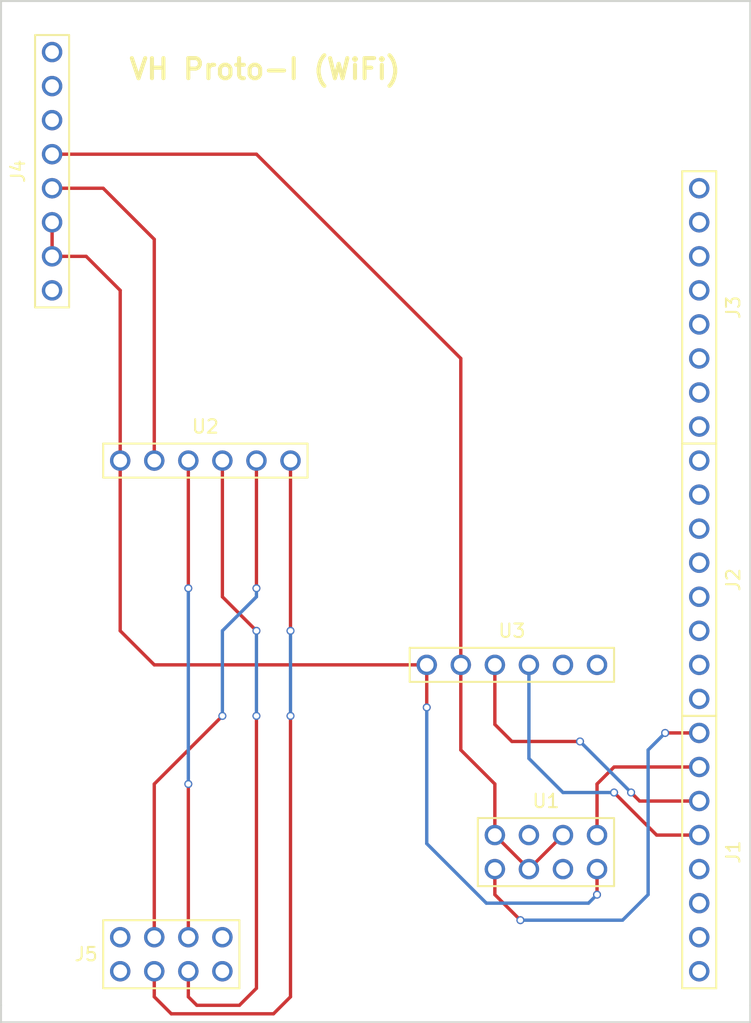
<source format=kicad_pcb>
(kicad_pcb (version 4) (host pcbnew 4.0.7)

  (general
    (links 17)
    (no_connects 0)
    (area 119.304999 60.884999 175.335001 137.235001)
    (thickness 1.6)
    (drawings 7)
    (tracks 90)
    (zones 0)
    (modules 8)
    (nets 44)
  )

  (page A4)
  (layers
    (0 F.Cu signal)
    (31 B.Cu signal)
    (32 B.Adhes user)
    (33 F.Adhes user)
    (34 B.Paste user)
    (35 F.Paste user)
    (36 B.SilkS user)
    (37 F.SilkS user)
    (38 B.Mask user)
    (39 F.Mask user)
    (40 Dwgs.User user)
    (41 Cmts.User user)
    (42 Eco1.User user)
    (43 Eco2.User user)
    (44 Edge.Cuts user)
    (45 Margin user)
    (46 B.CrtYd user)
    (47 F.CrtYd user)
    (48 B.Fab user)
    (49 F.Fab user)
  )

  (setup
    (last_trace_width 0.25)
    (trace_clearance 0.2)
    (zone_clearance 0.508)
    (zone_45_only no)
    (trace_min 0.2)
    (segment_width 0.2)
    (edge_width 0.15)
    (via_size 0.6)
    (via_drill 0.4)
    (via_min_size 0.4)
    (via_min_drill 0.3)
    (uvia_size 0.3)
    (uvia_drill 0.1)
    (uvias_allowed no)
    (uvia_min_size 0.2)
    (uvia_min_drill 0.1)
    (pcb_text_width 0.3)
    (pcb_text_size 1.5 1.5)
    (mod_edge_width 0.15)
    (mod_text_size 1 1)
    (mod_text_width 0.15)
    (pad_size 1.524 1.524)
    (pad_drill 0.762)
    (pad_to_mask_clearance 0.2)
    (aux_axis_origin 0 0)
    (visible_elements 7FFFFFFF)
    (pcbplotparams
      (layerselection 0x010e0_80000001)
      (usegerberextensions false)
      (excludeedgelayer true)
      (linewidth 0.100000)
      (plotframeref false)
      (viasonmask false)
      (mode 1)
      (useauxorigin false)
      (hpglpennumber 1)
      (hpglpenspeed 20)
      (hpglpendiameter 15)
      (hpglpenoverlay 2)
      (psnegative false)
      (psa4output false)
      (plotreference true)
      (plotvalue true)
      (plotinvisibletext false)
      (padsonsilk false)
      (subtractmaskfromsilk false)
      (outputformat 1)
      (mirror false)
      (drillshape 0)
      (scaleselection 1)
      (outputdirectory C:/Personal/DLHardware/))
  )

  (net 0 "")
  (net 1 "Net-(J1-Pad1)")
  (net 2 "Net-(J1-Pad2)")
  (net 3 "Net-(J1-Pad3)")
  (net 4 "Net-(J1-Pad4)")
  (net 5 "Net-(J1-Pad5)")
  (net 6 "Net-(J1-Pad6)")
  (net 7 "Net-(J1-Pad7)")
  (net 8 "Net-(J1-Pad8)")
  (net 9 "Net-(J2-Pad1)")
  (net 10 "Net-(J2-Pad2)")
  (net 11 "Net-(J2-Pad3)")
  (net 12 "Net-(J2-Pad4)")
  (net 13 "Net-(J2-Pad5)")
  (net 14 "Net-(J2-Pad6)")
  (net 15 "Net-(J2-Pad7)")
  (net 16 "Net-(J2-Pad8)")
  (net 17 "Net-(J3-Pad1)")
  (net 18 "Net-(J3-Pad2)")
  (net 19 "Net-(J3-Pad3)")
  (net 20 "Net-(J3-Pad4)")
  (net 21 "Net-(J3-Pad5)")
  (net 22 "Net-(J3-Pad6)")
  (net 23 "Net-(J3-Pad7)")
  (net 24 "Net-(J3-Pad8)")
  (net 25 "Net-(J4-Pad1)")
  (net 26 GND)
  (net 27 +5V)
  (net 28 +3V3)
  (net 29 "Net-(J4-Pad6)")
  (net 30 "Net-(J4-Pad7)")
  (net 31 "Net-(J4-Pad8)")
  (net 32 "Net-(J5-Pad1)")
  (net 33 "Net-(J5-Pad2)")
  (net 34 "Net-(J5-Pad3)")
  (net 35 "Net-(J5-Pad4)")
  (net 36 "Net-(J5-Pad5)")
  (net 37 "Net-(J5-Pad6)")
  (net 38 "Net-(J5-Pad7)")
  (net 39 "Net-(J5-Pad8)")
  (net 40 "Net-(U1-Pad3)")
  (net 41 "Net-(U1-Pad7)")
  (net 42 "Net-(U3-Pad5)")
  (net 43 "Net-(U3-Pad6)")

  (net_class Default "This is the default net class."
    (clearance 0.2)
    (trace_width 0.25)
    (via_dia 0.6)
    (via_drill 0.4)
    (uvia_dia 0.3)
    (uvia_drill 0.1)
    (add_net +3V3)
    (add_net +5V)
    (add_net GND)
    (add_net "Net-(J1-Pad1)")
    (add_net "Net-(J1-Pad2)")
    (add_net "Net-(J1-Pad3)")
    (add_net "Net-(J1-Pad4)")
    (add_net "Net-(J1-Pad5)")
    (add_net "Net-(J1-Pad6)")
    (add_net "Net-(J1-Pad7)")
    (add_net "Net-(J1-Pad8)")
    (add_net "Net-(J2-Pad1)")
    (add_net "Net-(J2-Pad2)")
    (add_net "Net-(J2-Pad3)")
    (add_net "Net-(J2-Pad4)")
    (add_net "Net-(J2-Pad5)")
    (add_net "Net-(J2-Pad6)")
    (add_net "Net-(J2-Pad7)")
    (add_net "Net-(J2-Pad8)")
    (add_net "Net-(J3-Pad1)")
    (add_net "Net-(J3-Pad2)")
    (add_net "Net-(J3-Pad3)")
    (add_net "Net-(J3-Pad4)")
    (add_net "Net-(J3-Pad5)")
    (add_net "Net-(J3-Pad6)")
    (add_net "Net-(J3-Pad7)")
    (add_net "Net-(J3-Pad8)")
    (add_net "Net-(J4-Pad1)")
    (add_net "Net-(J4-Pad6)")
    (add_net "Net-(J4-Pad7)")
    (add_net "Net-(J4-Pad8)")
    (add_net "Net-(J5-Pad1)")
    (add_net "Net-(J5-Pad2)")
    (add_net "Net-(J5-Pad3)")
    (add_net "Net-(J5-Pad4)")
    (add_net "Net-(J5-Pad5)")
    (add_net "Net-(J5-Pad6)")
    (add_net "Net-(J5-Pad7)")
    (add_net "Net-(J5-Pad8)")
    (add_net "Net-(U1-Pad3)")
    (add_net "Net-(U1-Pad7)")
    (add_net "Net-(U3-Pad5)")
    (add_net "Net-(U3-Pad6)")
  )

  (module "myFootprints:8pin(4x4)_straight_conn" (layer F.Cu) (tedit 5A492141) (tstamp 5A46D402)
    (at 132.08 132.08)
    (path /5A47FC63)
    (fp_text reference J5 (at -6.35 0) (layer F.SilkS)
      (effects (font (size 1 1) (thickness 0.15)))
    )
    (fp_text value 8pinConn (at -8.89 1.905) (layer F.Fab)
      (effects (font (size 1 1) (thickness 0.15)))
    )
    (fp_line (start -5.08 2.54) (end 5.08 2.54) (layer F.SilkS) (width 0.15))
    (fp_line (start 5.08 2.54) (end 5.08 -2.54) (layer F.SilkS) (width 0.15))
    (fp_line (start 5.08 -2.54) (end -5.08 -2.54) (layer F.SilkS) (width 0.15))
    (fp_line (start -5.08 -2.54) (end -5.08 2.54) (layer F.SilkS) (width 0.15))
    (pad 1 thru_hole circle (at -3.81 1.27) (size 1.524 1.524) (drill 1.02) (layers *.Cu *.Mask)
      (net 32 "Net-(J5-Pad1)"))
    (pad 2 thru_hole circle (at -1.27 1.27) (size 1.524 1.524) (drill 1.02) (layers *.Cu *.Mask)
      (net 33 "Net-(J5-Pad2)"))
    (pad 3 thru_hole circle (at 1.27 1.27) (size 1.524 1.524) (drill 1.02) (layers *.Cu *.Mask)
      (net 34 "Net-(J5-Pad3)"))
    (pad 4 thru_hole circle (at 3.81 1.27) (size 1.524 1.524) (drill 1.02) (layers *.Cu *.Mask)
      (net 35 "Net-(J5-Pad4)"))
    (pad 5 thru_hole circle (at 3.81 -1.27) (size 1.524 1.524) (drill 1.02) (layers *.Cu *.Mask)
      (net 36 "Net-(J5-Pad5)"))
    (pad 6 thru_hole circle (at 1.27 -1.27) (size 1.524 1.524) (drill 1.02) (layers *.Cu *.Mask)
      (net 37 "Net-(J5-Pad6)"))
    (pad 7 thru_hole circle (at -1.27 -1.27) (size 1.524 1.524) (drill 1.02) (layers *.Cu *.Mask)
      (net 38 "Net-(J5-Pad7)"))
    (pad 8 thru_hole circle (at -3.81 -1.27) (size 1.524 1.524) (drill 1.02) (layers *.Cu *.Mask)
      (net 39 "Net-(J5-Pad8)"))
  )

  (module myFootprints:6pin_right-angle_conn (layer F.Cu) (tedit 5A492158) (tstamp 5A46D42E)
    (at 157.48 110.49)
    (path /5A46CCC1)
    (fp_text reference U3 (at 0 -2.54) (layer F.SilkS)
      (effects (font (size 1 1) (thickness 0.15)))
    )
    (fp_text value rtc (at 0 -4.445) (layer F.Fab)
      (effects (font (size 1 1) (thickness 0.15)))
    )
    (fp_line (start -7.62 1.27) (end 7.62 1.27) (layer F.SilkS) (width 0.15))
    (fp_line (start 7.62 1.27) (end 7.62 -1.27) (layer F.SilkS) (width 0.15))
    (fp_line (start 7.62 -1.27) (end -7.62 -1.27) (layer F.SilkS) (width 0.15))
    (fp_line (start -7.62 -1.27) (end -7.62 1.27) (layer F.SilkS) (width 0.15))
    (pad 1 thru_hole circle (at -6.35 0) (size 1.524 1.524) (drill 1.02) (layers *.Cu *.Mask)
      (net 26 GND))
    (pad 2 thru_hole circle (at -3.81 0) (size 1.524 1.524) (drill 1.02) (layers *.Cu *.Mask)
      (net 28 +3V3))
    (pad 3 thru_hole circle (at -1.27 0) (size 1.524 1.524) (drill 1.02) (layers *.Cu *.Mask)
      (net 6 "Net-(J1-Pad6)"))
    (pad 4 thru_hole circle (at 1.27 0) (size 1.524 1.524) (drill 1.02) (layers *.Cu *.Mask)
      (net 5 "Net-(J1-Pad5)"))
    (pad 5 thru_hole circle (at 3.81 0) (size 1.524 1.524) (drill 1.02) (layers *.Cu *.Mask)
      (net 42 "Net-(U3-Pad5)"))
    (pad 6 thru_hole circle (at 6.35 0) (size 1.524 1.524) (drill 1.02) (layers *.Cu *.Mask)
      (net 43 "Net-(U3-Pad6)"))
  )

  (module myFootprints:6pin_right-angle_conn (layer F.Cu) (tedit 5A49214B) (tstamp 5A46D420)
    (at 134.62 95.25)
    (path /5A46CCA8)
    (fp_text reference U2 (at 0 -2.54) (layer F.SilkS)
      (effects (font (size 1 1) (thickness 0.15)))
    )
    (fp_text value sdcard (at 0 -4.445) (layer F.Fab)
      (effects (font (size 1 1) (thickness 0.15)))
    )
    (fp_line (start -7.62 1.27) (end 7.62 1.27) (layer F.SilkS) (width 0.15))
    (fp_line (start 7.62 1.27) (end 7.62 -1.27) (layer F.SilkS) (width 0.15))
    (fp_line (start 7.62 -1.27) (end -7.62 -1.27) (layer F.SilkS) (width 0.15))
    (fp_line (start -7.62 -1.27) (end -7.62 1.27) (layer F.SilkS) (width 0.15))
    (pad 1 thru_hole circle (at -6.35 0) (size 1.524 1.524) (drill 1.02) (layers *.Cu *.Mask)
      (net 26 GND))
    (pad 2 thru_hole circle (at -3.81 0) (size 1.524 1.524) (drill 1.02) (layers *.Cu *.Mask)
      (net 27 +5V))
    (pad 3 thru_hole circle (at -1.27 0) (size 1.524 1.524) (drill 1.02) (layers *.Cu *.Mask)
      (net 37 "Net-(J5-Pad6)"))
    (pad 4 thru_hole circle (at 1.27 0) (size 1.524 1.524) (drill 1.02) (layers *.Cu *.Mask)
      (net 34 "Net-(J5-Pad3)"))
    (pad 5 thru_hole circle (at 3.81 0) (size 1.524 1.524) (drill 1.02) (layers *.Cu *.Mask)
      (net 38 "Net-(J5-Pad7)"))
    (pad 6 thru_hole circle (at 6.35 0) (size 1.524 1.524) (drill 1.02) (layers *.Cu *.Mask)
      (net 33 "Net-(J5-Pad2)"))
  )

  (module "myFootprints:8pin(4x4)_straight_conn" (layer F.Cu) (tedit 5A492B03) (tstamp 5A46D412)
    (at 160.02 124.46)
    (path /5A46CC6B)
    (fp_text reference U1 (at 0 -3.81) (layer F.SilkS)
      (effects (font (size 1 1) (thickness 0.15)))
    )
    (fp_text value esp8266 (at 0.635 6.35) (layer F.Fab)
      (effects (font (size 1 1) (thickness 0.15)))
    )
    (fp_line (start -5.08 2.54) (end 5.08 2.54) (layer F.SilkS) (width 0.15))
    (fp_line (start 5.08 2.54) (end 5.08 -2.54) (layer F.SilkS) (width 0.15))
    (fp_line (start 5.08 -2.54) (end -5.08 -2.54) (layer F.SilkS) (width 0.15))
    (fp_line (start -5.08 -2.54) (end -5.08 2.54) (layer F.SilkS) (width 0.15))
    (pad 1 thru_hole circle (at -3.81 1.27) (size 1.524 1.524) (drill 1.02) (layers *.Cu *.Mask)
      (net 8 "Net-(J1-Pad8)"))
    (pad 2 thru_hole circle (at -1.27 1.27) (size 1.524 1.524) (drill 1.02) (layers *.Cu *.Mask)
      (net 28 +3V3))
    (pad 3 thru_hole circle (at 1.27 1.27) (size 1.524 1.524) (drill 1.02) (layers *.Cu *.Mask)
      (net 40 "Net-(U1-Pad3)"))
    (pad 4 thru_hole circle (at 3.81 1.27) (size 1.524 1.524) (drill 1.02) (layers *.Cu *.Mask)
      (net 26 GND))
    (pad 5 thru_hole circle (at 3.81 -1.27) (size 1.524 1.524) (drill 1.02) (layers *.Cu *.Mask)
      (net 7 "Net-(J1-Pad7)"))
    (pad 6 thru_hole circle (at 1.27 -1.27) (size 1.524 1.524) (drill 1.02) (layers *.Cu *.Mask)
      (net 28 +3V3))
    (pad 7 thru_hole circle (at -1.27 -1.27) (size 1.524 1.524) (drill 1.02) (layers *.Cu *.Mask)
      (net 41 "Net-(U1-Pad7)"))
    (pad 8 thru_hole circle (at -3.81 -1.27) (size 1.524 1.524) (drill 1.02) (layers *.Cu *.Mask)
      (net 28 +3V3))
  )

  (module myFootprints:8pin_straight_conn (layer F.Cu) (tedit 5A49214E) (tstamp 5A46D3F2)
    (at 123.19 73.66 90)
    (path /5A46CD1C)
    (fp_text reference J4 (at 0 -2.54 90) (layer F.SilkS)
      (effects (font (size 1 1) (thickness 0.15)))
    )
    (fp_text value 8pinConn (at -4.445 -2.54 90) (layer F.Fab)
      (effects (font (size 1 1) (thickness 0.15)))
    )
    (fp_line (start -10.16 1.27) (end 10.16 1.27) (layer F.SilkS) (width 0.15))
    (fp_line (start 10.16 1.27) (end 10.16 -1.27) (layer F.SilkS) (width 0.15))
    (fp_line (start 10.16 -1.27) (end -10.16 -1.27) (layer F.SilkS) (width 0.15))
    (fp_line (start -10.16 -1.27) (end -10.16 1.27) (layer F.SilkS) (width 0.15))
    (pad 1 thru_hole circle (at -8.89 0 90) (size 1.524 1.524) (drill 1.02) (layers *.Cu *.Mask)
      (net 25 "Net-(J4-Pad1)"))
    (pad 2 thru_hole circle (at -6.35 0 90) (size 1.524 1.524) (drill 1.02) (layers *.Cu *.Mask)
      (net 26 GND))
    (pad 3 thru_hole circle (at -3.81 0 90) (size 1.524 1.524) (drill 1.02) (layers *.Cu *.Mask)
      (net 26 GND))
    (pad 4 thru_hole circle (at -1.27 0 90) (size 1.524 1.524) (drill 1.02) (layers *.Cu *.Mask)
      (net 27 +5V))
    (pad 5 thru_hole circle (at 1.27 0 90) (size 1.524 1.524) (drill 1.02) (layers *.Cu *.Mask)
      (net 28 +3V3))
    (pad 6 thru_hole circle (at 3.81 0 90) (size 1.524 1.524) (drill 1.02) (layers *.Cu *.Mask)
      (net 29 "Net-(J4-Pad6)"))
    (pad 7 thru_hole circle (at 6.35 0 90) (size 1.524 1.524) (drill 1.02) (layers *.Cu *.Mask)
      (net 30 "Net-(J4-Pad7)"))
    (pad 8 thru_hole circle (at 8.89 0 90) (size 1.524 1.524) (drill 1.02) (layers *.Cu *.Mask)
      (net 31 "Net-(J4-Pad8)"))
  )

  (module myFootprints:8pin_straight_conn (layer F.Cu) (tedit 5A492133) (tstamp 5A46D3E2)
    (at 171.45 83.82 90)
    (path /5A46CD78)
    (fp_text reference J3 (at 0 2.54 90) (layer F.SilkS)
      (effects (font (size 1 1) (thickness 0.15)))
    )
    (fp_text value 8pinConn (at 4.445 2.54 90) (layer F.Fab)
      (effects (font (size 1 1) (thickness 0.15)))
    )
    (fp_line (start -10.16 1.27) (end 10.16 1.27) (layer F.SilkS) (width 0.15))
    (fp_line (start 10.16 1.27) (end 10.16 -1.27) (layer F.SilkS) (width 0.15))
    (fp_line (start 10.16 -1.27) (end -10.16 -1.27) (layer F.SilkS) (width 0.15))
    (fp_line (start -10.16 -1.27) (end -10.16 1.27) (layer F.SilkS) (width 0.15))
    (pad 1 thru_hole circle (at -8.89 0 90) (size 1.524 1.524) (drill 1.02) (layers *.Cu *.Mask)
      (net 17 "Net-(J3-Pad1)"))
    (pad 2 thru_hole circle (at -6.35 0 90) (size 1.524 1.524) (drill 1.02) (layers *.Cu *.Mask)
      (net 18 "Net-(J3-Pad2)"))
    (pad 3 thru_hole circle (at -3.81 0 90) (size 1.524 1.524) (drill 1.02) (layers *.Cu *.Mask)
      (net 19 "Net-(J3-Pad3)"))
    (pad 4 thru_hole circle (at -1.27 0 90) (size 1.524 1.524) (drill 1.02) (layers *.Cu *.Mask)
      (net 20 "Net-(J3-Pad4)"))
    (pad 5 thru_hole circle (at 1.27 0 90) (size 1.524 1.524) (drill 1.02) (layers *.Cu *.Mask)
      (net 21 "Net-(J3-Pad5)"))
    (pad 6 thru_hole circle (at 3.81 0 90) (size 1.524 1.524) (drill 1.02) (layers *.Cu *.Mask)
      (net 22 "Net-(J3-Pad6)"))
    (pad 7 thru_hole circle (at 6.35 0 90) (size 1.524 1.524) (drill 1.02) (layers *.Cu *.Mask)
      (net 23 "Net-(J3-Pad7)"))
    (pad 8 thru_hole circle (at 8.89 0 90) (size 1.524 1.524) (drill 1.02) (layers *.Cu *.Mask)
      (net 24 "Net-(J3-Pad8)"))
  )

  (module myFootprints:8pin_straight_conn (layer F.Cu) (tedit 5A49212E) (tstamp 5A46D3D2)
    (at 171.45 104.14 90)
    (path /5A46CD4F)
    (fp_text reference J2 (at 0 2.54 90) (layer F.SilkS)
      (effects (font (size 1 1) (thickness 0.15)))
    )
    (fp_text value 8pinConn (at 4.445 2.54 90) (layer F.Fab)
      (effects (font (size 1 1) (thickness 0.15)))
    )
    (fp_line (start -10.16 1.27) (end 10.16 1.27) (layer F.SilkS) (width 0.15))
    (fp_line (start 10.16 1.27) (end 10.16 -1.27) (layer F.SilkS) (width 0.15))
    (fp_line (start 10.16 -1.27) (end -10.16 -1.27) (layer F.SilkS) (width 0.15))
    (fp_line (start -10.16 -1.27) (end -10.16 1.27) (layer F.SilkS) (width 0.15))
    (pad 1 thru_hole circle (at -8.89 0 90) (size 1.524 1.524) (drill 1.02) (layers *.Cu *.Mask)
      (net 9 "Net-(J2-Pad1)"))
    (pad 2 thru_hole circle (at -6.35 0 90) (size 1.524 1.524) (drill 1.02) (layers *.Cu *.Mask)
      (net 10 "Net-(J2-Pad2)"))
    (pad 3 thru_hole circle (at -3.81 0 90) (size 1.524 1.524) (drill 1.02) (layers *.Cu *.Mask)
      (net 11 "Net-(J2-Pad3)"))
    (pad 4 thru_hole circle (at -1.27 0 90) (size 1.524 1.524) (drill 1.02) (layers *.Cu *.Mask)
      (net 12 "Net-(J2-Pad4)"))
    (pad 5 thru_hole circle (at 1.27 0 90) (size 1.524 1.524) (drill 1.02) (layers *.Cu *.Mask)
      (net 13 "Net-(J2-Pad5)"))
    (pad 6 thru_hole circle (at 3.81 0 90) (size 1.524 1.524) (drill 1.02) (layers *.Cu *.Mask)
      (net 14 "Net-(J2-Pad6)"))
    (pad 7 thru_hole circle (at 6.35 0 90) (size 1.524 1.524) (drill 1.02) (layers *.Cu *.Mask)
      (net 15 "Net-(J2-Pad7)"))
    (pad 8 thru_hole circle (at 8.89 0 90) (size 1.524 1.524) (drill 1.02) (layers *.Cu *.Mask)
      (net 16 "Net-(J2-Pad8)"))
  )

  (module myFootprints:8pin_straight_conn (layer F.Cu) (tedit 5A49212B) (tstamp 5A46D3C2)
    (at 171.45 124.46 90)
    (path /5A46CCDC)
    (fp_text reference J1 (at 0 2.54 90) (layer F.SilkS)
      (effects (font (size 1 1) (thickness 0.15)))
    )
    (fp_text value 8pinConn (at 4.445 2.54 90) (layer F.Fab)
      (effects (font (size 1 1) (thickness 0.15)))
    )
    (fp_line (start -10.16 1.27) (end 10.16 1.27) (layer F.SilkS) (width 0.15))
    (fp_line (start 10.16 1.27) (end 10.16 -1.27) (layer F.SilkS) (width 0.15))
    (fp_line (start 10.16 -1.27) (end -10.16 -1.27) (layer F.SilkS) (width 0.15))
    (fp_line (start -10.16 -1.27) (end -10.16 1.27) (layer F.SilkS) (width 0.15))
    (pad 1 thru_hole circle (at -8.89 0 90) (size 1.524 1.524) (drill 1.02) (layers *.Cu *.Mask)
      (net 1 "Net-(J1-Pad1)"))
    (pad 2 thru_hole circle (at -6.35 0 90) (size 1.524 1.524) (drill 1.02) (layers *.Cu *.Mask)
      (net 2 "Net-(J1-Pad2)"))
    (pad 3 thru_hole circle (at -3.81 0 90) (size 1.524 1.524) (drill 1.02) (layers *.Cu *.Mask)
      (net 3 "Net-(J1-Pad3)"))
    (pad 4 thru_hole circle (at -1.27 0 90) (size 1.524 1.524) (drill 1.02) (layers *.Cu *.Mask)
      (net 4 "Net-(J1-Pad4)"))
    (pad 5 thru_hole circle (at 1.27 0 90) (size 1.524 1.524) (drill 1.02) (layers *.Cu *.Mask)
      (net 5 "Net-(J1-Pad5)"))
    (pad 6 thru_hole circle (at 3.81 0 90) (size 1.524 1.524) (drill 1.02) (layers *.Cu *.Mask)
      (net 6 "Net-(J1-Pad6)"))
    (pad 7 thru_hole circle (at 6.35 0 90) (size 1.524 1.524) (drill 1.02) (layers *.Cu *.Mask)
      (net 7 "Net-(J1-Pad7)"))
    (pad 8 thru_hole circle (at 8.89 0 90) (size 1.524 1.524) (drill 1.02) (layers *.Cu *.Mask)
      (net 8 "Net-(J1-Pad8)"))
  )

  (gr_text "VH Proto-I (WiFi)" (at 139.065 66.04) (layer F.SilkS)
    (effects (font (size 1.5 1.5) (thickness 0.3)))
  )
  (gr_line (start 175.26 137.16) (end 175.26 135.89) (angle 90) (layer Edge.Cuts) (width 0.15))
  (gr_line (start 119.38 137.16) (end 175.26 137.16) (angle 90) (layer Edge.Cuts) (width 0.15))
  (gr_line (start 119.38 135.89) (end 119.38 137.16) (angle 90) (layer Edge.Cuts) (width 0.15))
  (gr_line (start 175.26 60.96) (end 119.38 60.96) (angle 90) (layer Edge.Cuts) (width 0.15))
  (gr_line (start 175.26 135.89) (end 175.26 60.96) (angle 90) (layer Edge.Cuts) (width 0.15))
  (gr_line (start 119.38 60.96) (end 119.38 135.89) (angle 90) (layer Edge.Cuts) (width 0.15))

  (segment (start 158.75 110.49) (end 158.75 117.475) (width 0.25) (layer B.Cu) (net 5))
  (segment (start 168.275 123.19) (end 171.45 123.19) (width 0.25) (layer F.Cu) (net 5) (tstamp 5A492A24))
  (segment (start 165.1 120.015) (end 168.275 123.19) (width 0.25) (layer F.Cu) (net 5) (tstamp 5A492A23))
  (via (at 165.1 120.015) (size 0.6) (drill 0.4) (layers F.Cu B.Cu) (net 5))
  (segment (start 161.29 120.015) (end 165.1 120.015) (width 0.25) (layer B.Cu) (net 5) (tstamp 5A492A1E))
  (segment (start 158.75 117.475) (end 161.29 120.015) (width 0.25) (layer B.Cu) (net 5) (tstamp 5A492A0D))
  (segment (start 170.815 123.19) (end 171.45 123.19) (width 0.25) (layer F.Cu) (net 5) (tstamp 5A49283B))
  (segment (start 171.45 120.65) (end 167.005 120.65) (width 0.25) (layer F.Cu) (net 6))
  (segment (start 156.21 114.935) (end 156.21 110.49) (width 0.25) (layer F.Cu) (net 6) (tstamp 5A492D28))
  (segment (start 157.48 116.205) (end 156.21 114.935) (width 0.25) (layer F.Cu) (net 6) (tstamp 5A492D25))
  (segment (start 162.56 116.205) (end 157.48 116.205) (width 0.25) (layer F.Cu) (net 6) (tstamp 5A492D24))
  (via (at 162.56 116.205) (size 0.6) (drill 0.4) (layers F.Cu B.Cu) (net 6))
  (segment (start 166.37 120.015) (end 162.56 116.205) (width 0.25) (layer B.Cu) (net 6) (tstamp 5A492D1B))
  (via (at 166.37 120.015) (size 0.6) (drill 0.4) (layers F.Cu B.Cu) (net 6))
  (segment (start 167.005 120.65) (end 166.37 120.015) (width 0.25) (layer F.Cu) (net 6) (tstamp 5A492D11))
  (segment (start 163.83 123.19) (end 163.83 119.38) (width 0.25) (layer F.Cu) (net 7))
  (segment (start 165.1 118.11) (end 171.45 118.11) (width 0.25) (layer F.Cu) (net 7) (tstamp 5A4929E6))
  (segment (start 163.83 119.38) (end 165.1 118.11) (width 0.25) (layer F.Cu) (net 7) (tstamp 5A4929E1))
  (segment (start 156.21 125.73) (end 156.21 127.635) (width 0.25) (layer F.Cu) (net 8))
  (segment (start 168.91 115.57) (end 170.815 115.57) (width 0.25) (layer F.Cu) (net 8) (tstamp 5A492CB6))
  (via (at 168.91 115.57) (size 0.6) (drill 0.4) (layers F.Cu B.Cu) (net 8))
  (segment (start 167.64 116.84) (end 168.91 115.57) (width 0.25) (layer B.Cu) (net 8) (tstamp 5A492CAE))
  (segment (start 167.64 117.475) (end 167.64 116.84) (width 0.25) (layer B.Cu) (net 8) (tstamp 5A492CA8))
  (segment (start 167.64 127.635) (end 167.64 117.475) (width 0.25) (layer B.Cu) (net 8) (tstamp 5A492CA5))
  (segment (start 165.735 129.54) (end 167.64 127.635) (width 0.25) (layer B.Cu) (net 8) (tstamp 5A492CA1))
  (segment (start 158.115 129.54) (end 165.735 129.54) (width 0.25) (layer B.Cu) (net 8) (tstamp 5A492CA0))
  (via (at 158.115 129.54) (size 0.6) (drill 0.4) (layers F.Cu B.Cu) (net 8))
  (segment (start 156.21 127.635) (end 158.115 129.54) (width 0.25) (layer F.Cu) (net 8) (tstamp 5A492C95))
  (segment (start 170.815 115.57) (end 171.45 115.57) (width 0.25) (layer F.Cu) (net 8) (tstamp 5A492CB8))
  (segment (start 128.27 95.25) (end 128.27 107.95) (width 0.25) (layer F.Cu) (net 26))
  (segment (start 130.81 110.49) (end 151.13 110.49) (width 0.25) (layer F.Cu) (net 26) (tstamp 5A481399))
  (segment (start 128.27 107.95) (end 130.81 110.49) (width 0.25) (layer F.Cu) (net 26) (tstamp 5A481391))
  (segment (start 163.83 125.73) (end 163.83 127.635) (width 0.25) (layer F.Cu) (net 26))
  (segment (start 151.13 113.665) (end 151.13 110.49) (width 0.25) (layer F.Cu) (net 26) (tstamp 5A48116D))
  (via (at 151.13 113.665) (size 0.6) (drill 0.4) (layers F.Cu B.Cu) (net 26))
  (segment (start 151.13 123.825) (end 151.13 113.665) (width 0.25) (layer B.Cu) (net 26) (tstamp 5A481164))
  (segment (start 155.575 128.27) (end 151.13 123.825) (width 0.25) (layer B.Cu) (net 26) (tstamp 5A481161))
  (segment (start 163.195 128.27) (end 155.575 128.27) (width 0.25) (layer B.Cu) (net 26) (tstamp 5A481154))
  (segment (start 163.83 127.635) (end 163.195 128.27) (width 0.25) (layer B.Cu) (net 26) (tstamp 5A481153))
  (via (at 163.83 127.635) (size 0.6) (drill 0.4) (layers F.Cu B.Cu) (net 26))
  (segment (start 123.19 80.01) (end 125.73 80.01) (width 0.25) (layer F.Cu) (net 26))
  (segment (start 128.27 82.55) (end 128.27 95.25) (width 0.25) (layer F.Cu) (net 26) (tstamp 5A480FD2))
  (segment (start 125.73 80.01) (end 128.27 82.55) (width 0.25) (layer F.Cu) (net 26) (tstamp 5A480FCF))
  (segment (start 123.19 77.47) (end 123.19 80.01) (width 0.25) (layer F.Cu) (net 26))
  (segment (start 123.19 74.93) (end 127 74.93) (width 0.25) (layer F.Cu) (net 27))
  (segment (start 130.81 78.74) (end 130.81 95.25) (width 0.25) (layer F.Cu) (net 27) (tstamp 5A480FF0))
  (segment (start 127 74.93) (end 130.81 78.74) (width 0.25) (layer F.Cu) (net 27) (tstamp 5A480FEB))
  (segment (start 158.75 125.73) (end 161.29 123.19) (width 0.25) (layer F.Cu) (net 28))
  (segment (start 153.67 110.49) (end 153.67 116.84) (width 0.25) (layer F.Cu) (net 28))
  (segment (start 156.21 119.38) (end 156.21 123.19) (width 0.25) (layer F.Cu) (net 28) (tstamp 5A48106C))
  (segment (start 153.67 116.84) (end 156.21 119.38) (width 0.25) (layer F.Cu) (net 28) (tstamp 5A481069))
  (segment (start 156.21 123.19) (end 158.75 125.73) (width 0.25) (layer F.Cu) (net 28))
  (segment (start 123.19 72.39) (end 138.43 72.39) (width 0.25) (layer F.Cu) (net 28))
  (segment (start 153.67 87.63) (end 153.67 110.49) (width 0.25) (layer F.Cu) (net 28) (tstamp 5A481007))
  (segment (start 138.43 72.39) (end 153.67 87.63) (width 0.25) (layer F.Cu) (net 28) (tstamp 5A480FFE))
  (segment (start 130.81 133.35) (end 130.81 135.255) (width 0.25) (layer F.Cu) (net 33))
  (segment (start 140.97 107.95) (end 140.97 95.25) (width 0.25) (layer F.Cu) (net 33) (tstamp 5A482B38))
  (via (at 140.97 107.95) (size 0.6) (drill 0.4) (layers F.Cu B.Cu) (net 33))
  (segment (start 140.97 114.3) (end 140.97 107.95) (width 0.25) (layer B.Cu) (net 33) (tstamp 5A482B35))
  (via (at 140.97 114.3) (size 0.6) (drill 0.4) (layers F.Cu B.Cu) (net 33))
  (segment (start 140.97 135.255) (end 140.97 114.3) (width 0.25) (layer F.Cu) (net 33) (tstamp 5A482B29))
  (segment (start 139.7 136.525) (end 140.97 135.255) (width 0.25) (layer F.Cu) (net 33) (tstamp 5A482B21))
  (segment (start 132.08 136.525) (end 139.7 136.525) (width 0.25) (layer F.Cu) (net 33) (tstamp 5A482B1F))
  (segment (start 130.81 135.255) (end 132.08 136.525) (width 0.25) (layer F.Cu) (net 33) (tstamp 5A482B1D))
  (segment (start 133.35 133.35) (end 133.35 135.255) (width 0.25) (layer F.Cu) (net 34))
  (segment (start 135.89 105.41) (end 135.89 95.885) (width 0.25) (layer F.Cu) (net 34) (tstamp 5A482A22))
  (segment (start 138.43 107.95) (end 135.89 105.41) (width 0.25) (layer F.Cu) (net 34) (tstamp 5A482A21))
  (via (at 138.43 107.95) (size 0.6) (drill 0.4) (layers F.Cu B.Cu) (net 34))
  (segment (start 138.43 114.3) (end 138.43 107.95) (width 0.25) (layer B.Cu) (net 34) (tstamp 5A482A12))
  (via (at 138.43 114.3) (size 0.6) (drill 0.4) (layers F.Cu B.Cu) (net 34))
  (segment (start 138.43 134.62) (end 138.43 114.3) (width 0.25) (layer F.Cu) (net 34) (tstamp 5A482A01))
  (segment (start 137.16 135.89) (end 138.43 134.62) (width 0.25) (layer F.Cu) (net 34) (tstamp 5A4829F7))
  (segment (start 133.985 135.89) (end 137.16 135.89) (width 0.25) (layer F.Cu) (net 34) (tstamp 5A4829EC))
  (segment (start 133.35 135.255) (end 133.985 135.89) (width 0.25) (layer F.Cu) (net 34) (tstamp 5A4829E7))
  (segment (start 135.89 95.885) (end 135.89 95.25) (width 0.25) (layer F.Cu) (net 34) (tstamp 5A482A27))
  (segment (start 133.35 133.35) (end 133.35 132.715) (width 0.25) (layer F.Cu) (net 34))
  (segment (start 135.89 95.885) (end 135.89 95.25) (width 0.25) (layer F.Cu) (net 34) (tstamp 5A4812BE))
  (segment (start 133.35 95.25) (end 133.35 104.775) (width 0.25) (layer F.Cu) (net 37))
  (segment (start 133.35 119.38) (end 133.35 130.81) (width 0.25) (layer F.Cu) (net 37) (tstamp 5A482BE7))
  (via (at 133.35 119.38) (size 0.6) (drill 0.4) (layers F.Cu B.Cu) (net 37))
  (segment (start 133.35 104.775) (end 133.35 119.38) (width 0.25) (layer B.Cu) (net 37) (tstamp 5A482BE2))
  (via (at 133.35 104.775) (size 0.6) (drill 0.4) (layers F.Cu B.Cu) (net 37))
  (segment (start 130.81 130.81) (end 130.81 119.38) (width 0.25) (layer F.Cu) (net 38))
  (segment (start 138.43 104.775) (end 138.43 95.25) (width 0.25) (layer F.Cu) (net 38) (tstamp 5A482BC5))
  (via (at 138.43 104.775) (size 0.6) (drill 0.4) (layers F.Cu B.Cu) (net 38))
  (segment (start 138.43 105.41) (end 138.43 104.775) (width 0.25) (layer B.Cu) (net 38) (tstamp 5A482BC1))
  (segment (start 135.89 107.95) (end 138.43 105.41) (width 0.25) (layer B.Cu) (net 38) (tstamp 5A482BBF))
  (segment (start 135.89 114.3) (end 135.89 107.95) (width 0.25) (layer B.Cu) (net 38) (tstamp 5A482BBE))
  (via (at 135.89 114.3) (size 0.6) (drill 0.4) (layers F.Cu B.Cu) (net 38))
  (segment (start 130.81 119.38) (end 135.89 114.3) (width 0.25) (layer F.Cu) (net 38) (tstamp 5A482BB2))

)

</source>
